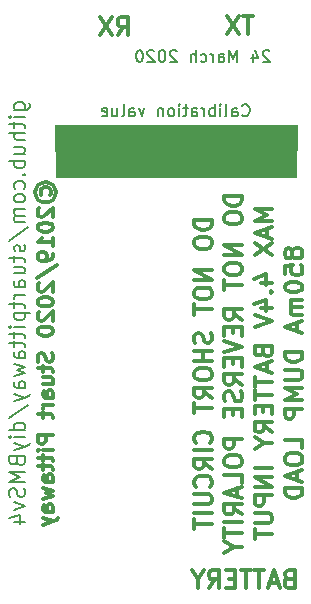
<source format=gbr>
G04 #@! TF.GenerationSoftware,KiCad,Pcbnew,(5.1.5)-3*
G04 #@! TF.CreationDate,2020-04-29T16:36:19+01:00*
G04 #@! TF.ProjectId,v4,76342e6b-6963-4616-945f-706362585858,rev?*
G04 #@! TF.SameCoordinates,Original*
G04 #@! TF.FileFunction,Legend,Bot*
G04 #@! TF.FilePolarity,Positive*
%FSLAX46Y46*%
G04 Gerber Fmt 4.6, Leading zero omitted, Abs format (unit mm)*
G04 Created by KiCad (PCBNEW (5.1.5)-3) date 2020-04-29 16:36:19*
%MOMM*%
%LPD*%
G04 APERTURE LIST*
%ADD10C,0.300000*%
%ADD11C,0.200000*%
%ADD12C,0.100000*%
G04 APERTURE END LIST*
D10*
X123460457Y-48366171D02*
X122603314Y-48366171D01*
X123031885Y-49866171D02*
X123031885Y-48366171D01*
X122246171Y-48366171D02*
X121246171Y-49866171D01*
X121246171Y-48366171D02*
X122246171Y-49866171D01*
X111967600Y-49966171D02*
X112467600Y-49251885D01*
X112824742Y-49966171D02*
X112824742Y-48466171D01*
X112253314Y-48466171D01*
X112110457Y-48537600D01*
X112039028Y-48609028D01*
X111967600Y-48751885D01*
X111967600Y-48966171D01*
X112039028Y-49109028D01*
X112110457Y-49180457D01*
X112253314Y-49251885D01*
X112824742Y-49251885D01*
X111467600Y-48466171D02*
X110467600Y-49966171D01*
X110467600Y-48466171D02*
X111467600Y-49966171D01*
D11*
X122523257Y-56741942D02*
X122570876Y-56789561D01*
X122713733Y-56837180D01*
X122808971Y-56837180D01*
X122951828Y-56789561D01*
X123047066Y-56694323D01*
X123094685Y-56599085D01*
X123142304Y-56408609D01*
X123142304Y-56265752D01*
X123094685Y-56075276D01*
X123047066Y-55980038D01*
X122951828Y-55884800D01*
X122808971Y-55837180D01*
X122713733Y-55837180D01*
X122570876Y-55884800D01*
X122523257Y-55932419D01*
X121666114Y-56837180D02*
X121666114Y-56313371D01*
X121713733Y-56218133D01*
X121808971Y-56170514D01*
X121999447Y-56170514D01*
X122094685Y-56218133D01*
X121666114Y-56789561D02*
X121761352Y-56837180D01*
X121999447Y-56837180D01*
X122094685Y-56789561D01*
X122142304Y-56694323D01*
X122142304Y-56599085D01*
X122094685Y-56503847D01*
X121999447Y-56456228D01*
X121761352Y-56456228D01*
X121666114Y-56408609D01*
X121047066Y-56837180D02*
X121142304Y-56789561D01*
X121189923Y-56694323D01*
X121189923Y-55837180D01*
X120666114Y-56837180D02*
X120666114Y-56170514D01*
X120666114Y-55837180D02*
X120713733Y-55884800D01*
X120666114Y-55932419D01*
X120618495Y-55884800D01*
X120666114Y-55837180D01*
X120666114Y-55932419D01*
X120189923Y-56837180D02*
X120189923Y-55837180D01*
X120189923Y-56218133D02*
X120094685Y-56170514D01*
X119904209Y-56170514D01*
X119808971Y-56218133D01*
X119761352Y-56265752D01*
X119713733Y-56360990D01*
X119713733Y-56646704D01*
X119761352Y-56741942D01*
X119808971Y-56789561D01*
X119904209Y-56837180D01*
X120094685Y-56837180D01*
X120189923Y-56789561D01*
X119285161Y-56837180D02*
X119285161Y-56170514D01*
X119285161Y-56360990D02*
X119237542Y-56265752D01*
X119189923Y-56218133D01*
X119094685Y-56170514D01*
X118999447Y-56170514D01*
X118237542Y-56837180D02*
X118237542Y-56313371D01*
X118285161Y-56218133D01*
X118380400Y-56170514D01*
X118570876Y-56170514D01*
X118666114Y-56218133D01*
X118237542Y-56789561D02*
X118332780Y-56837180D01*
X118570876Y-56837180D01*
X118666114Y-56789561D01*
X118713733Y-56694323D01*
X118713733Y-56599085D01*
X118666114Y-56503847D01*
X118570876Y-56456228D01*
X118332780Y-56456228D01*
X118237542Y-56408609D01*
X117904209Y-56170514D02*
X117523257Y-56170514D01*
X117761352Y-55837180D02*
X117761352Y-56694323D01*
X117713733Y-56789561D01*
X117618495Y-56837180D01*
X117523257Y-56837180D01*
X117189923Y-56837180D02*
X117189923Y-56170514D01*
X117189923Y-55837180D02*
X117237542Y-55884800D01*
X117189923Y-55932419D01*
X117142304Y-55884800D01*
X117189923Y-55837180D01*
X117189923Y-55932419D01*
X116570876Y-56837180D02*
X116666114Y-56789561D01*
X116713733Y-56741942D01*
X116761352Y-56646704D01*
X116761352Y-56360990D01*
X116713733Y-56265752D01*
X116666114Y-56218133D01*
X116570876Y-56170514D01*
X116428019Y-56170514D01*
X116332780Y-56218133D01*
X116285161Y-56265752D01*
X116237542Y-56360990D01*
X116237542Y-56646704D01*
X116285161Y-56741942D01*
X116332780Y-56789561D01*
X116428019Y-56837180D01*
X116570876Y-56837180D01*
X115808971Y-56170514D02*
X115808971Y-56837180D01*
X115808971Y-56265752D02*
X115761352Y-56218133D01*
X115666114Y-56170514D01*
X115523257Y-56170514D01*
X115428019Y-56218133D01*
X115380400Y-56313371D01*
X115380400Y-56837180D01*
X114237542Y-56170514D02*
X113999447Y-56837180D01*
X113761352Y-56170514D01*
X112951828Y-56837180D02*
X112951828Y-56313371D01*
X112999447Y-56218133D01*
X113094685Y-56170514D01*
X113285161Y-56170514D01*
X113380400Y-56218133D01*
X112951828Y-56789561D02*
X113047066Y-56837180D01*
X113285161Y-56837180D01*
X113380400Y-56789561D01*
X113428019Y-56694323D01*
X113428019Y-56599085D01*
X113380400Y-56503847D01*
X113285161Y-56456228D01*
X113047066Y-56456228D01*
X112951828Y-56408609D01*
X112332780Y-56837180D02*
X112428019Y-56789561D01*
X112475638Y-56694323D01*
X112475638Y-55837180D01*
X111523257Y-56170514D02*
X111523257Y-56837180D01*
X111951828Y-56170514D02*
X111951828Y-56694323D01*
X111904209Y-56789561D01*
X111808971Y-56837180D01*
X111666114Y-56837180D01*
X111570876Y-56789561D01*
X111523257Y-56741942D01*
X110666114Y-56789561D02*
X110761352Y-56837180D01*
X110951828Y-56837180D01*
X111047066Y-56789561D01*
X111094685Y-56694323D01*
X111094685Y-56313371D01*
X111047066Y-56218133D01*
X110951828Y-56170514D01*
X110761352Y-56170514D01*
X110666114Y-56218133D01*
X110618495Y-56313371D01*
X110618495Y-56408609D01*
X111094685Y-56503847D01*
D12*
G36*
X127103000Y-61987600D02*
G01*
X106732200Y-61987600D01*
X106669600Y-57553200D01*
X127142000Y-57553200D01*
X127103000Y-61987600D01*
G37*
X127103000Y-61987600D02*
X106732200Y-61987600D01*
X106669600Y-57553200D01*
X127142000Y-57553200D01*
X127103000Y-61987600D01*
D10*
X119971171Y-65623314D02*
X118471171Y-65623314D01*
X118471171Y-65980457D01*
X118542600Y-66194742D01*
X118685457Y-66337600D01*
X118828314Y-66409028D01*
X119114028Y-66480457D01*
X119328314Y-66480457D01*
X119614028Y-66409028D01*
X119756885Y-66337600D01*
X119899742Y-66194742D01*
X119971171Y-65980457D01*
X119971171Y-65623314D01*
X118471171Y-67409028D02*
X118471171Y-67694742D01*
X118542600Y-67837600D01*
X118685457Y-67980457D01*
X118971171Y-68051885D01*
X119471171Y-68051885D01*
X119756885Y-67980457D01*
X119899742Y-67837600D01*
X119971171Y-67694742D01*
X119971171Y-67409028D01*
X119899742Y-67266171D01*
X119756885Y-67123314D01*
X119471171Y-67051885D01*
X118971171Y-67051885D01*
X118685457Y-67123314D01*
X118542600Y-67266171D01*
X118471171Y-67409028D01*
X119971171Y-69837600D02*
X118471171Y-69837600D01*
X119971171Y-70694742D01*
X118471171Y-70694742D01*
X118471171Y-71694742D02*
X118471171Y-71980457D01*
X118542600Y-72123314D01*
X118685457Y-72266171D01*
X118971171Y-72337600D01*
X119471171Y-72337600D01*
X119756885Y-72266171D01*
X119899742Y-72123314D01*
X119971171Y-71980457D01*
X119971171Y-71694742D01*
X119899742Y-71551885D01*
X119756885Y-71409028D01*
X119471171Y-71337600D01*
X118971171Y-71337600D01*
X118685457Y-71409028D01*
X118542600Y-71551885D01*
X118471171Y-71694742D01*
X118471171Y-72766171D02*
X118471171Y-73623314D01*
X119971171Y-73194742D02*
X118471171Y-73194742D01*
X119899742Y-75194742D02*
X119971171Y-75409028D01*
X119971171Y-75766171D01*
X119899742Y-75909028D01*
X119828314Y-75980457D01*
X119685457Y-76051885D01*
X119542600Y-76051885D01*
X119399742Y-75980457D01*
X119328314Y-75909028D01*
X119256885Y-75766171D01*
X119185457Y-75480457D01*
X119114028Y-75337599D01*
X119042600Y-75266171D01*
X118899742Y-75194742D01*
X118756885Y-75194742D01*
X118614028Y-75266171D01*
X118542600Y-75337599D01*
X118471171Y-75480457D01*
X118471171Y-75837599D01*
X118542600Y-76051885D01*
X119971171Y-76694742D02*
X118471171Y-76694742D01*
X119185457Y-76694742D02*
X119185457Y-77551885D01*
X119971171Y-77551885D02*
X118471171Y-77551885D01*
X118471171Y-78551885D02*
X118471171Y-78837599D01*
X118542600Y-78980457D01*
X118685457Y-79123314D01*
X118971171Y-79194742D01*
X119471171Y-79194742D01*
X119756885Y-79123314D01*
X119899742Y-78980457D01*
X119971171Y-78837599D01*
X119971171Y-78551885D01*
X119899742Y-78409028D01*
X119756885Y-78266171D01*
X119471171Y-78194742D01*
X118971171Y-78194742D01*
X118685457Y-78266171D01*
X118542600Y-78409028D01*
X118471171Y-78551885D01*
X119971171Y-80694742D02*
X119256885Y-80194742D01*
X119971171Y-79837599D02*
X118471171Y-79837599D01*
X118471171Y-80409028D01*
X118542600Y-80551885D01*
X118614028Y-80623314D01*
X118756885Y-80694742D01*
X118971171Y-80694742D01*
X119114028Y-80623314D01*
X119185457Y-80551885D01*
X119256885Y-80409028D01*
X119256885Y-79837599D01*
X118471171Y-81123314D02*
X118471171Y-81980457D01*
X119971171Y-81551885D02*
X118471171Y-81551885D01*
X119828314Y-84480457D02*
X119899742Y-84409028D01*
X119971171Y-84194742D01*
X119971171Y-84051885D01*
X119899742Y-83837599D01*
X119756885Y-83694742D01*
X119614028Y-83623314D01*
X119328314Y-83551885D01*
X119114028Y-83551885D01*
X118828314Y-83623314D01*
X118685457Y-83694742D01*
X118542600Y-83837599D01*
X118471171Y-84051885D01*
X118471171Y-84194742D01*
X118542600Y-84409028D01*
X118614028Y-84480457D01*
X119971171Y-85123314D02*
X118471171Y-85123314D01*
X119971171Y-86694742D02*
X119256885Y-86194742D01*
X119971171Y-85837599D02*
X118471171Y-85837599D01*
X118471171Y-86409028D01*
X118542600Y-86551885D01*
X118614028Y-86623314D01*
X118756885Y-86694742D01*
X118971171Y-86694742D01*
X119114028Y-86623314D01*
X119185457Y-86551885D01*
X119256885Y-86409028D01*
X119256885Y-85837599D01*
X119828314Y-88194742D02*
X119899742Y-88123314D01*
X119971171Y-87909028D01*
X119971171Y-87766171D01*
X119899742Y-87551885D01*
X119756885Y-87409028D01*
X119614028Y-87337599D01*
X119328314Y-87266171D01*
X119114028Y-87266171D01*
X118828314Y-87337599D01*
X118685457Y-87409028D01*
X118542600Y-87551885D01*
X118471171Y-87766171D01*
X118471171Y-87909028D01*
X118542600Y-88123314D01*
X118614028Y-88194742D01*
X118471171Y-88837599D02*
X119685457Y-88837599D01*
X119828314Y-88909028D01*
X119899742Y-88980457D01*
X119971171Y-89123314D01*
X119971171Y-89409028D01*
X119899742Y-89551885D01*
X119828314Y-89623314D01*
X119685457Y-89694742D01*
X118471171Y-89694742D01*
X119971171Y-90409028D02*
X118471171Y-90409028D01*
X118471171Y-90909028D02*
X118471171Y-91766171D01*
X119971171Y-91337599D02*
X118471171Y-91337599D01*
X122521171Y-63551885D02*
X121021171Y-63551885D01*
X121021171Y-63909028D01*
X121092600Y-64123314D01*
X121235457Y-64266171D01*
X121378314Y-64337600D01*
X121664028Y-64409028D01*
X121878314Y-64409028D01*
X122164028Y-64337600D01*
X122306885Y-64266171D01*
X122449742Y-64123314D01*
X122521171Y-63909028D01*
X122521171Y-63551885D01*
X121021171Y-65337600D02*
X121021171Y-65623314D01*
X121092600Y-65766171D01*
X121235457Y-65909028D01*
X121521171Y-65980457D01*
X122021171Y-65980457D01*
X122306885Y-65909028D01*
X122449742Y-65766171D01*
X122521171Y-65623314D01*
X122521171Y-65337600D01*
X122449742Y-65194742D01*
X122306885Y-65051885D01*
X122021171Y-64980457D01*
X121521171Y-64980457D01*
X121235457Y-65051885D01*
X121092600Y-65194742D01*
X121021171Y-65337600D01*
X122521171Y-67766171D02*
X121021171Y-67766171D01*
X122521171Y-68623314D01*
X121021171Y-68623314D01*
X121021171Y-69623314D02*
X121021171Y-69909028D01*
X121092600Y-70051885D01*
X121235457Y-70194742D01*
X121521171Y-70266171D01*
X122021171Y-70266171D01*
X122306885Y-70194742D01*
X122449742Y-70051885D01*
X122521171Y-69909028D01*
X122521171Y-69623314D01*
X122449742Y-69480457D01*
X122306885Y-69337600D01*
X122021171Y-69266171D01*
X121521171Y-69266171D01*
X121235457Y-69337600D01*
X121092600Y-69480457D01*
X121021171Y-69623314D01*
X121021171Y-70694742D02*
X121021171Y-71551885D01*
X122521171Y-71123314D02*
X121021171Y-71123314D01*
X122521171Y-74051885D02*
X121806885Y-73551885D01*
X122521171Y-73194742D02*
X121021171Y-73194742D01*
X121021171Y-73766171D01*
X121092600Y-73909028D01*
X121164028Y-73980457D01*
X121306885Y-74051885D01*
X121521171Y-74051885D01*
X121664028Y-73980457D01*
X121735457Y-73909028D01*
X121806885Y-73766171D01*
X121806885Y-73194742D01*
X121735457Y-74694742D02*
X121735457Y-75194742D01*
X122521171Y-75409028D02*
X122521171Y-74694742D01*
X121021171Y-74694742D01*
X121021171Y-75409028D01*
X121021171Y-75837600D02*
X122521171Y-76337600D01*
X121021171Y-76837600D01*
X121735457Y-77337600D02*
X121735457Y-77837600D01*
X122521171Y-78051885D02*
X122521171Y-77337600D01*
X121021171Y-77337600D01*
X121021171Y-78051885D01*
X122521171Y-79551885D02*
X121806885Y-79051885D01*
X122521171Y-78694742D02*
X121021171Y-78694742D01*
X121021171Y-79266171D01*
X121092600Y-79409028D01*
X121164028Y-79480457D01*
X121306885Y-79551885D01*
X121521171Y-79551885D01*
X121664028Y-79480457D01*
X121735457Y-79409028D01*
X121806885Y-79266171D01*
X121806885Y-78694742D01*
X122449742Y-80123314D02*
X122521171Y-80337600D01*
X122521171Y-80694742D01*
X122449742Y-80837600D01*
X122378314Y-80909028D01*
X122235457Y-80980457D01*
X122092600Y-80980457D01*
X121949742Y-80909028D01*
X121878314Y-80837600D01*
X121806885Y-80694742D01*
X121735457Y-80409028D01*
X121664028Y-80266171D01*
X121592600Y-80194742D01*
X121449742Y-80123314D01*
X121306885Y-80123314D01*
X121164028Y-80194742D01*
X121092600Y-80266171D01*
X121021171Y-80409028D01*
X121021171Y-80766171D01*
X121092600Y-80980457D01*
X121735457Y-81623314D02*
X121735457Y-82123314D01*
X122521171Y-82337600D02*
X122521171Y-81623314D01*
X121021171Y-81623314D01*
X121021171Y-82337600D01*
X122521171Y-84123314D02*
X121021171Y-84123314D01*
X121021171Y-84694742D01*
X121092600Y-84837600D01*
X121164028Y-84909028D01*
X121306885Y-84980457D01*
X121521171Y-84980457D01*
X121664028Y-84909028D01*
X121735457Y-84837600D01*
X121806885Y-84694742D01*
X121806885Y-84123314D01*
X121021171Y-85909028D02*
X121021171Y-86194742D01*
X121092600Y-86337600D01*
X121235457Y-86480457D01*
X121521171Y-86551885D01*
X122021171Y-86551885D01*
X122306885Y-86480457D01*
X122449742Y-86337600D01*
X122521171Y-86194742D01*
X122521171Y-85909028D01*
X122449742Y-85766171D01*
X122306885Y-85623314D01*
X122021171Y-85551885D01*
X121521171Y-85551885D01*
X121235457Y-85623314D01*
X121092600Y-85766171D01*
X121021171Y-85909028D01*
X122521171Y-87909028D02*
X122521171Y-87194742D01*
X121021171Y-87194742D01*
X122092600Y-88337600D02*
X122092600Y-89051885D01*
X122521171Y-88194742D02*
X121021171Y-88694742D01*
X122521171Y-89194742D01*
X122521171Y-90551885D02*
X121806885Y-90051885D01*
X122521171Y-89694742D02*
X121021171Y-89694742D01*
X121021171Y-90266171D01*
X121092600Y-90409028D01*
X121164028Y-90480457D01*
X121306885Y-90551885D01*
X121521171Y-90551885D01*
X121664028Y-90480457D01*
X121735457Y-90409028D01*
X121806885Y-90266171D01*
X121806885Y-89694742D01*
X122521171Y-91194742D02*
X121021171Y-91194742D01*
X121021171Y-91694742D02*
X121021171Y-92551885D01*
X122521171Y-92123314D02*
X121021171Y-92123314D01*
X121806885Y-93337600D02*
X122521171Y-93337600D01*
X121021171Y-92837600D02*
X121806885Y-93337600D01*
X121021171Y-93837600D01*
X125071171Y-64730457D02*
X123571171Y-64730457D01*
X124642600Y-65230457D01*
X123571171Y-65730457D01*
X125071171Y-65730457D01*
X124642600Y-66373314D02*
X124642600Y-67087600D01*
X125071171Y-66230457D02*
X123571171Y-66730457D01*
X125071171Y-67230457D01*
X123571171Y-67587600D02*
X125071171Y-68587600D01*
X123571171Y-68587600D02*
X125071171Y-67587600D01*
X124071171Y-70944742D02*
X125071171Y-70944742D01*
X123499742Y-70587600D02*
X124571171Y-70230457D01*
X124571171Y-71159028D01*
X124928314Y-71730457D02*
X124999742Y-71801885D01*
X125071171Y-71730457D01*
X124999742Y-71659028D01*
X124928314Y-71730457D01*
X125071171Y-71730457D01*
X124071171Y-73087600D02*
X125071171Y-73087600D01*
X123499742Y-72730457D02*
X124571171Y-72373314D01*
X124571171Y-73301885D01*
X123571171Y-73659028D02*
X125071171Y-74159028D01*
X123571171Y-74659028D01*
X124285457Y-76801885D02*
X124356885Y-77016171D01*
X124428314Y-77087600D01*
X124571171Y-77159028D01*
X124785457Y-77159028D01*
X124928314Y-77087600D01*
X124999742Y-77016171D01*
X125071171Y-76873314D01*
X125071171Y-76301885D01*
X123571171Y-76301885D01*
X123571171Y-76801885D01*
X123642600Y-76944742D01*
X123714028Y-77016171D01*
X123856885Y-77087600D01*
X123999742Y-77087600D01*
X124142600Y-77016171D01*
X124214028Y-76944742D01*
X124285457Y-76801885D01*
X124285457Y-76301885D01*
X124642600Y-77730457D02*
X124642600Y-78444742D01*
X125071171Y-77587600D02*
X123571171Y-78087600D01*
X125071171Y-78587600D01*
X123571171Y-78873314D02*
X123571171Y-79730457D01*
X125071171Y-79301885D02*
X123571171Y-79301885D01*
X123571171Y-80016171D02*
X123571171Y-80873314D01*
X125071171Y-80444742D02*
X123571171Y-80444742D01*
X124285457Y-81373314D02*
X124285457Y-81873314D01*
X125071171Y-82087600D02*
X125071171Y-81373314D01*
X123571171Y-81373314D01*
X123571171Y-82087600D01*
X125071171Y-83587600D02*
X124356885Y-83087600D01*
X125071171Y-82730457D02*
X123571171Y-82730457D01*
X123571171Y-83301885D01*
X123642600Y-83444742D01*
X123714028Y-83516171D01*
X123856885Y-83587600D01*
X124071171Y-83587600D01*
X124214028Y-83516171D01*
X124285457Y-83444742D01*
X124356885Y-83301885D01*
X124356885Y-82730457D01*
X124356885Y-84516171D02*
X125071171Y-84516171D01*
X123571171Y-84016171D02*
X124356885Y-84516171D01*
X123571171Y-85016171D01*
X125071171Y-86659028D02*
X123571171Y-86659028D01*
X125071171Y-87373314D02*
X123571171Y-87373314D01*
X125071171Y-88230457D01*
X123571171Y-88230457D01*
X125071171Y-88944742D02*
X123571171Y-88944742D01*
X123571171Y-89516171D01*
X123642600Y-89659028D01*
X123714028Y-89730457D01*
X123856885Y-89801885D01*
X124071171Y-89801885D01*
X124214028Y-89730457D01*
X124285457Y-89659028D01*
X124356885Y-89516171D01*
X124356885Y-88944742D01*
X123571171Y-90444742D02*
X124785457Y-90444742D01*
X124928314Y-90516171D01*
X124999742Y-90587600D01*
X125071171Y-90730457D01*
X125071171Y-91016171D01*
X124999742Y-91159028D01*
X124928314Y-91230457D01*
X124785457Y-91301885D01*
X123571171Y-91301885D01*
X123571171Y-91801885D02*
X123571171Y-92659028D01*
X125071171Y-92230457D02*
X123571171Y-92230457D01*
X126764028Y-68301885D02*
X126692600Y-68159028D01*
X126621171Y-68087600D01*
X126478314Y-68016171D01*
X126406885Y-68016171D01*
X126264028Y-68087600D01*
X126192600Y-68159028D01*
X126121171Y-68301885D01*
X126121171Y-68587600D01*
X126192600Y-68730457D01*
X126264028Y-68801885D01*
X126406885Y-68873314D01*
X126478314Y-68873314D01*
X126621171Y-68801885D01*
X126692600Y-68730457D01*
X126764028Y-68587600D01*
X126764028Y-68301885D01*
X126835457Y-68159028D01*
X126906885Y-68087600D01*
X127049742Y-68016171D01*
X127335457Y-68016171D01*
X127478314Y-68087600D01*
X127549742Y-68159028D01*
X127621171Y-68301885D01*
X127621171Y-68587600D01*
X127549742Y-68730457D01*
X127478314Y-68801885D01*
X127335457Y-68873314D01*
X127049742Y-68873314D01*
X126906885Y-68801885D01*
X126835457Y-68730457D01*
X126764028Y-68587600D01*
X126121171Y-70230457D02*
X126121171Y-69516171D01*
X126835457Y-69444742D01*
X126764028Y-69516171D01*
X126692600Y-69659028D01*
X126692600Y-70016171D01*
X126764028Y-70159028D01*
X126835457Y-70230457D01*
X126978314Y-70301885D01*
X127335457Y-70301885D01*
X127478314Y-70230457D01*
X127549742Y-70159028D01*
X127621171Y-70016171D01*
X127621171Y-69659028D01*
X127549742Y-69516171D01*
X127478314Y-69444742D01*
X126121171Y-71230457D02*
X126121171Y-71373314D01*
X126192600Y-71516171D01*
X126264028Y-71587600D01*
X126406885Y-71659028D01*
X126692600Y-71730457D01*
X127049742Y-71730457D01*
X127335457Y-71659028D01*
X127478314Y-71587600D01*
X127549742Y-71516171D01*
X127621171Y-71373314D01*
X127621171Y-71230457D01*
X127549742Y-71087600D01*
X127478314Y-71016171D01*
X127335457Y-70944742D01*
X127049742Y-70873314D01*
X126692600Y-70873314D01*
X126406885Y-70944742D01*
X126264028Y-71016171D01*
X126192600Y-71087600D01*
X126121171Y-71230457D01*
X127621171Y-72373314D02*
X126621171Y-72373314D01*
X126764028Y-72373314D02*
X126692600Y-72444742D01*
X126621171Y-72587600D01*
X126621171Y-72801885D01*
X126692600Y-72944742D01*
X126835457Y-73016171D01*
X127621171Y-73016171D01*
X126835457Y-73016171D02*
X126692600Y-73087600D01*
X126621171Y-73230457D01*
X126621171Y-73444742D01*
X126692600Y-73587600D01*
X126835457Y-73659028D01*
X127621171Y-73659028D01*
X127192600Y-74301885D02*
X127192600Y-75016171D01*
X127621171Y-74159028D02*
X126121171Y-74659028D01*
X127621171Y-75159028D01*
X127621171Y-76801885D02*
X126121171Y-76801885D01*
X126121171Y-77159028D01*
X126192600Y-77373314D01*
X126335457Y-77516171D01*
X126478314Y-77587600D01*
X126764028Y-77659028D01*
X126978314Y-77659028D01*
X127264028Y-77587600D01*
X127406885Y-77516171D01*
X127549742Y-77373314D01*
X127621171Y-77159028D01*
X127621171Y-76801885D01*
X126121171Y-78301885D02*
X127335457Y-78301885D01*
X127478314Y-78373314D01*
X127549742Y-78444742D01*
X127621171Y-78587600D01*
X127621171Y-78873314D01*
X127549742Y-79016171D01*
X127478314Y-79087600D01*
X127335457Y-79159028D01*
X126121171Y-79159028D01*
X127621171Y-79873314D02*
X126121171Y-79873314D01*
X127192600Y-80373314D01*
X126121171Y-80873314D01*
X127621171Y-80873314D01*
X127621171Y-81587600D02*
X126121171Y-81587600D01*
X126121171Y-82159028D01*
X126192600Y-82301885D01*
X126264028Y-82373314D01*
X126406885Y-82444742D01*
X126621171Y-82444742D01*
X126764028Y-82373314D01*
X126835457Y-82301885D01*
X126906885Y-82159028D01*
X126906885Y-81587600D01*
X127621171Y-84944742D02*
X127621171Y-84230457D01*
X126121171Y-84230457D01*
X126121171Y-85730457D02*
X126121171Y-86016171D01*
X126192600Y-86159028D01*
X126335457Y-86301885D01*
X126621171Y-86373314D01*
X127121171Y-86373314D01*
X127406885Y-86301885D01*
X127549742Y-86159028D01*
X127621171Y-86016171D01*
X127621171Y-85730457D01*
X127549742Y-85587600D01*
X127406885Y-85444742D01*
X127121171Y-85373314D01*
X126621171Y-85373314D01*
X126335457Y-85444742D01*
X126192600Y-85587600D01*
X126121171Y-85730457D01*
X127192600Y-86944742D02*
X127192600Y-87659028D01*
X127621171Y-86801885D02*
X126121171Y-87301885D01*
X127621171Y-87801885D01*
X127621171Y-88301885D02*
X126121171Y-88301885D01*
X126121171Y-88659028D01*
X126192600Y-88873314D01*
X126335457Y-89016171D01*
X126478314Y-89087600D01*
X126764028Y-89159028D01*
X126978314Y-89159028D01*
X127264028Y-89087600D01*
X127406885Y-89016171D01*
X127549742Y-88873314D01*
X127621171Y-88659028D01*
X127621171Y-88301885D01*
D11*
X124823790Y-51335219D02*
X124776171Y-51287600D01*
X124680933Y-51239980D01*
X124442838Y-51239980D01*
X124347600Y-51287600D01*
X124299980Y-51335219D01*
X124252361Y-51430457D01*
X124252361Y-51525695D01*
X124299980Y-51668552D01*
X124871409Y-52239980D01*
X124252361Y-52239980D01*
X123395219Y-51573314D02*
X123395219Y-52239980D01*
X123633314Y-51192361D02*
X123871409Y-51906647D01*
X123252361Y-51906647D01*
X122109504Y-52239980D02*
X122109504Y-51239980D01*
X121776171Y-51954266D01*
X121442838Y-51239980D01*
X121442838Y-52239980D01*
X120538076Y-52239980D02*
X120538076Y-51716171D01*
X120585695Y-51620933D01*
X120680933Y-51573314D01*
X120871409Y-51573314D01*
X120966647Y-51620933D01*
X120538076Y-52192361D02*
X120633314Y-52239980D01*
X120871409Y-52239980D01*
X120966647Y-52192361D01*
X121014266Y-52097123D01*
X121014266Y-52001885D01*
X120966647Y-51906647D01*
X120871409Y-51859028D01*
X120633314Y-51859028D01*
X120538076Y-51811409D01*
X120061885Y-52239980D02*
X120061885Y-51573314D01*
X120061885Y-51763790D02*
X120014266Y-51668552D01*
X119966647Y-51620933D01*
X119871409Y-51573314D01*
X119776171Y-51573314D01*
X119014266Y-52192361D02*
X119109504Y-52239980D01*
X119299980Y-52239980D01*
X119395219Y-52192361D01*
X119442838Y-52144742D01*
X119490457Y-52049504D01*
X119490457Y-51763790D01*
X119442838Y-51668552D01*
X119395219Y-51620933D01*
X119299980Y-51573314D01*
X119109504Y-51573314D01*
X119014266Y-51620933D01*
X118585695Y-52239980D02*
X118585695Y-51239980D01*
X118157123Y-52239980D02*
X118157123Y-51716171D01*
X118204742Y-51620933D01*
X118299980Y-51573314D01*
X118442838Y-51573314D01*
X118538076Y-51620933D01*
X118585695Y-51668552D01*
X116966647Y-51335219D02*
X116919028Y-51287600D01*
X116823790Y-51239980D01*
X116585695Y-51239980D01*
X116490457Y-51287600D01*
X116442838Y-51335219D01*
X116395219Y-51430457D01*
X116395219Y-51525695D01*
X116442838Y-51668552D01*
X117014266Y-52239980D01*
X116395219Y-52239980D01*
X115776171Y-51239980D02*
X115680933Y-51239980D01*
X115585695Y-51287600D01*
X115538076Y-51335219D01*
X115490457Y-51430457D01*
X115442838Y-51620933D01*
X115442838Y-51859028D01*
X115490457Y-52049504D01*
X115538076Y-52144742D01*
X115585695Y-52192361D01*
X115680933Y-52239980D01*
X115776171Y-52239980D01*
X115871409Y-52192361D01*
X115919028Y-52144742D01*
X115966647Y-52049504D01*
X116014266Y-51859028D01*
X116014266Y-51620933D01*
X115966647Y-51430457D01*
X115919028Y-51335219D01*
X115871409Y-51287600D01*
X115776171Y-51239980D01*
X115061885Y-51335219D02*
X115014266Y-51287600D01*
X114919028Y-51239980D01*
X114680933Y-51239980D01*
X114585695Y-51287600D01*
X114538076Y-51335219D01*
X114490457Y-51430457D01*
X114490457Y-51525695D01*
X114538076Y-51668552D01*
X115109504Y-52239980D01*
X114490457Y-52239980D01*
X113871409Y-51239980D02*
X113776171Y-51239980D01*
X113680933Y-51287600D01*
X113633314Y-51335219D01*
X113585695Y-51430457D01*
X113538076Y-51620933D01*
X113538076Y-51859028D01*
X113585695Y-52049504D01*
X113633314Y-52144742D01*
X113680933Y-52192361D01*
X113776171Y-52239980D01*
X113871409Y-52239980D01*
X113966647Y-52192361D01*
X114014266Y-52144742D01*
X114061885Y-52049504D01*
X114109504Y-51859028D01*
X114109504Y-51620933D01*
X114061885Y-51430457D01*
X114014266Y-51335219D01*
X113966647Y-51287600D01*
X113871409Y-51239980D01*
D10*
X126467600Y-95980457D02*
X126253314Y-96051885D01*
X126181885Y-96123314D01*
X126110457Y-96266171D01*
X126110457Y-96480457D01*
X126181885Y-96623314D01*
X126253314Y-96694742D01*
X126396171Y-96766171D01*
X126967600Y-96766171D01*
X126967600Y-95266171D01*
X126467600Y-95266171D01*
X126324742Y-95337600D01*
X126253314Y-95409028D01*
X126181885Y-95551885D01*
X126181885Y-95694742D01*
X126253314Y-95837600D01*
X126324742Y-95909028D01*
X126467600Y-95980457D01*
X126967600Y-95980457D01*
X125539028Y-96337600D02*
X124824742Y-96337600D01*
X125681885Y-96766171D02*
X125181885Y-95266171D01*
X124681885Y-96766171D01*
X124396171Y-95266171D02*
X123539028Y-95266171D01*
X123967600Y-96766171D02*
X123967600Y-95266171D01*
X123253314Y-95266171D02*
X122396171Y-95266171D01*
X122824742Y-96766171D02*
X122824742Y-95266171D01*
X121896171Y-95980457D02*
X121396171Y-95980457D01*
X121181885Y-96766171D02*
X121896171Y-96766171D01*
X121896171Y-95266171D01*
X121181885Y-95266171D01*
X119681885Y-96766171D02*
X120181885Y-96051885D01*
X120539028Y-96766171D02*
X120539028Y-95266171D01*
X119967600Y-95266171D01*
X119824742Y-95337600D01*
X119753314Y-95409028D01*
X119681885Y-95551885D01*
X119681885Y-95766171D01*
X119753314Y-95909028D01*
X119824742Y-95980457D01*
X119967600Y-96051885D01*
X120539028Y-96051885D01*
X118753314Y-96051885D02*
X118753314Y-96766171D01*
X119253314Y-95266171D02*
X118753314Y-96051885D01*
X118253314Y-95266171D01*
D11*
X103239028Y-56278076D02*
X104291409Y-56278076D01*
X104415219Y-56216171D01*
X104477123Y-56154266D01*
X104539028Y-56030457D01*
X104539028Y-55844742D01*
X104477123Y-55720933D01*
X104043790Y-56278076D02*
X104105695Y-56154266D01*
X104105695Y-55906647D01*
X104043790Y-55782838D01*
X103981885Y-55720933D01*
X103858076Y-55659028D01*
X103486647Y-55659028D01*
X103362838Y-55720933D01*
X103300933Y-55782838D01*
X103239028Y-55906647D01*
X103239028Y-56154266D01*
X103300933Y-56278076D01*
X104105695Y-56897123D02*
X103239028Y-56897123D01*
X102805695Y-56897123D02*
X102867600Y-56835219D01*
X102929504Y-56897123D01*
X102867600Y-56959028D01*
X102805695Y-56897123D01*
X102929504Y-56897123D01*
X103239028Y-57330457D02*
X103239028Y-57825695D01*
X102805695Y-57516171D02*
X103919980Y-57516171D01*
X104043790Y-57578076D01*
X104105695Y-57701885D01*
X104105695Y-57825695D01*
X104105695Y-58259028D02*
X102805695Y-58259028D01*
X104105695Y-58816171D02*
X103424742Y-58816171D01*
X103300933Y-58754266D01*
X103239028Y-58630457D01*
X103239028Y-58444742D01*
X103300933Y-58320933D01*
X103362838Y-58259028D01*
X103239028Y-59992361D02*
X104105695Y-59992361D01*
X103239028Y-59435219D02*
X103919980Y-59435219D01*
X104043790Y-59497123D01*
X104105695Y-59620933D01*
X104105695Y-59806647D01*
X104043790Y-59930457D01*
X103981885Y-59992361D01*
X104105695Y-60611409D02*
X102805695Y-60611409D01*
X103300933Y-60611409D02*
X103239028Y-60735219D01*
X103239028Y-60982838D01*
X103300933Y-61106647D01*
X103362838Y-61168552D01*
X103486647Y-61230457D01*
X103858076Y-61230457D01*
X103981885Y-61168552D01*
X104043790Y-61106647D01*
X104105695Y-60982838D01*
X104105695Y-60735219D01*
X104043790Y-60611409D01*
X103981885Y-61787600D02*
X104043790Y-61849504D01*
X104105695Y-61787600D01*
X104043790Y-61725695D01*
X103981885Y-61787600D01*
X104105695Y-61787600D01*
X104043790Y-62963790D02*
X104105695Y-62839980D01*
X104105695Y-62592361D01*
X104043790Y-62468552D01*
X103981885Y-62406647D01*
X103858076Y-62344742D01*
X103486647Y-62344742D01*
X103362838Y-62406647D01*
X103300933Y-62468552D01*
X103239028Y-62592361D01*
X103239028Y-62839980D01*
X103300933Y-62963790D01*
X104105695Y-63706647D02*
X104043790Y-63582838D01*
X103981885Y-63520933D01*
X103858076Y-63459028D01*
X103486647Y-63459028D01*
X103362838Y-63520933D01*
X103300933Y-63582838D01*
X103239028Y-63706647D01*
X103239028Y-63892361D01*
X103300933Y-64016171D01*
X103362838Y-64078076D01*
X103486647Y-64139980D01*
X103858076Y-64139980D01*
X103981885Y-64078076D01*
X104043790Y-64016171D01*
X104105695Y-63892361D01*
X104105695Y-63706647D01*
X104105695Y-64697123D02*
X103239028Y-64697123D01*
X103362838Y-64697123D02*
X103300933Y-64759028D01*
X103239028Y-64882838D01*
X103239028Y-65068552D01*
X103300933Y-65192361D01*
X103424742Y-65254266D01*
X104105695Y-65254266D01*
X103424742Y-65254266D02*
X103300933Y-65316171D01*
X103239028Y-65439980D01*
X103239028Y-65625695D01*
X103300933Y-65749504D01*
X103424742Y-65811409D01*
X104105695Y-65811409D01*
X102743790Y-67359028D02*
X104415219Y-66244742D01*
X104043790Y-67730457D02*
X104105695Y-67854266D01*
X104105695Y-68101885D01*
X104043790Y-68225695D01*
X103919980Y-68287600D01*
X103858076Y-68287600D01*
X103734266Y-68225695D01*
X103672361Y-68101885D01*
X103672361Y-67916171D01*
X103610457Y-67792361D01*
X103486647Y-67730457D01*
X103424742Y-67730457D01*
X103300933Y-67792361D01*
X103239028Y-67916171D01*
X103239028Y-68101885D01*
X103300933Y-68225695D01*
X103239028Y-68659028D02*
X103239028Y-69154266D01*
X102805695Y-68844742D02*
X103919980Y-68844742D01*
X104043790Y-68906647D01*
X104105695Y-69030457D01*
X104105695Y-69154266D01*
X103239028Y-70144742D02*
X104105695Y-70144742D01*
X103239028Y-69587600D02*
X103919980Y-69587600D01*
X104043790Y-69649504D01*
X104105695Y-69773314D01*
X104105695Y-69959028D01*
X104043790Y-70082838D01*
X103981885Y-70144742D01*
X104105695Y-71320933D02*
X103424742Y-71320933D01*
X103300933Y-71259028D01*
X103239028Y-71135219D01*
X103239028Y-70887600D01*
X103300933Y-70763790D01*
X104043790Y-71320933D02*
X104105695Y-71197123D01*
X104105695Y-70887600D01*
X104043790Y-70763790D01*
X103919980Y-70701885D01*
X103796171Y-70701885D01*
X103672361Y-70763790D01*
X103610457Y-70887600D01*
X103610457Y-71197123D01*
X103548552Y-71320933D01*
X104105695Y-71939980D02*
X103239028Y-71939980D01*
X103486647Y-71939980D02*
X103362838Y-72001885D01*
X103300933Y-72063790D01*
X103239028Y-72187600D01*
X103239028Y-72311409D01*
X103239028Y-72559028D02*
X103239028Y-73054266D01*
X102805695Y-72744742D02*
X103919980Y-72744742D01*
X104043790Y-72806647D01*
X104105695Y-72930457D01*
X104105695Y-73054266D01*
X103239028Y-73487600D02*
X104539028Y-73487600D01*
X103300933Y-73487600D02*
X103239028Y-73611409D01*
X103239028Y-73859028D01*
X103300933Y-73982838D01*
X103362838Y-74044742D01*
X103486647Y-74106647D01*
X103858076Y-74106647D01*
X103981885Y-74044742D01*
X104043790Y-73982838D01*
X104105695Y-73859028D01*
X104105695Y-73611409D01*
X104043790Y-73487600D01*
X104105695Y-74663790D02*
X103239028Y-74663790D01*
X102805695Y-74663790D02*
X102867600Y-74601885D01*
X102929504Y-74663790D01*
X102867600Y-74725695D01*
X102805695Y-74663790D01*
X102929504Y-74663790D01*
X103239028Y-75097123D02*
X103239028Y-75592361D01*
X102805695Y-75282838D02*
X103919980Y-75282838D01*
X104043790Y-75344742D01*
X104105695Y-75468552D01*
X104105695Y-75592361D01*
X103239028Y-75839980D02*
X103239028Y-76335219D01*
X102805695Y-76025695D02*
X103919980Y-76025695D01*
X104043790Y-76087600D01*
X104105695Y-76211409D01*
X104105695Y-76335219D01*
X104105695Y-77325695D02*
X103424742Y-77325695D01*
X103300933Y-77263790D01*
X103239028Y-77139980D01*
X103239028Y-76892361D01*
X103300933Y-76768552D01*
X104043790Y-77325695D02*
X104105695Y-77201885D01*
X104105695Y-76892361D01*
X104043790Y-76768552D01*
X103919980Y-76706647D01*
X103796171Y-76706647D01*
X103672361Y-76768552D01*
X103610457Y-76892361D01*
X103610457Y-77201885D01*
X103548552Y-77325695D01*
X103239028Y-77820933D02*
X104105695Y-78068552D01*
X103486647Y-78316171D01*
X104105695Y-78563790D01*
X103239028Y-78811409D01*
X104105695Y-79863790D02*
X103424742Y-79863790D01*
X103300933Y-79801885D01*
X103239028Y-79678076D01*
X103239028Y-79430457D01*
X103300933Y-79306647D01*
X104043790Y-79863790D02*
X104105695Y-79739980D01*
X104105695Y-79430457D01*
X104043790Y-79306647D01*
X103919980Y-79244742D01*
X103796171Y-79244742D01*
X103672361Y-79306647D01*
X103610457Y-79430457D01*
X103610457Y-79739980D01*
X103548552Y-79863790D01*
X103239028Y-80359028D02*
X104105695Y-80668552D01*
X103239028Y-80978076D02*
X104105695Y-80668552D01*
X104415219Y-80544742D01*
X104477123Y-80482838D01*
X104539028Y-80359028D01*
X102743790Y-82401885D02*
X104415219Y-81287600D01*
X104105695Y-83392361D02*
X102805695Y-83392361D01*
X104043790Y-83392361D02*
X104105695Y-83268552D01*
X104105695Y-83020933D01*
X104043790Y-82897123D01*
X103981885Y-82835219D01*
X103858076Y-82773314D01*
X103486647Y-82773314D01*
X103362838Y-82835219D01*
X103300933Y-82897123D01*
X103239028Y-83020933D01*
X103239028Y-83268552D01*
X103300933Y-83392361D01*
X104105695Y-84011409D02*
X103239028Y-84011409D01*
X102805695Y-84011409D02*
X102867600Y-83949504D01*
X102929504Y-84011409D01*
X102867600Y-84073314D01*
X102805695Y-84011409D01*
X102929504Y-84011409D01*
X103239028Y-84506647D02*
X104105695Y-84816171D01*
X103239028Y-85125695D02*
X104105695Y-84816171D01*
X104415219Y-84692361D01*
X104477123Y-84630457D01*
X104539028Y-84506647D01*
X103424742Y-86054266D02*
X103486647Y-86239980D01*
X103548552Y-86301885D01*
X103672361Y-86363790D01*
X103858076Y-86363790D01*
X103981885Y-86301885D01*
X104043790Y-86239980D01*
X104105695Y-86116171D01*
X104105695Y-85620933D01*
X102805695Y-85620933D01*
X102805695Y-86054266D01*
X102867600Y-86178076D01*
X102929504Y-86239980D01*
X103053314Y-86301885D01*
X103177123Y-86301885D01*
X103300933Y-86239980D01*
X103362838Y-86178076D01*
X103424742Y-86054266D01*
X103424742Y-85620933D01*
X104105695Y-86920933D02*
X102805695Y-86920933D01*
X103734266Y-87354266D01*
X102805695Y-87787600D01*
X104105695Y-87787600D01*
X104043790Y-88344742D02*
X104105695Y-88530457D01*
X104105695Y-88839980D01*
X104043790Y-88963790D01*
X103981885Y-89025695D01*
X103858076Y-89087600D01*
X103734266Y-89087600D01*
X103610457Y-89025695D01*
X103548552Y-88963790D01*
X103486647Y-88839980D01*
X103424742Y-88592361D01*
X103362838Y-88468552D01*
X103300933Y-88406647D01*
X103177123Y-88344742D01*
X103053314Y-88344742D01*
X102929504Y-88406647D01*
X102867600Y-88468552D01*
X102805695Y-88592361D01*
X102805695Y-88901885D01*
X102867600Y-89087600D01*
X103239028Y-89520933D02*
X104105695Y-89830457D01*
X103239028Y-90139980D01*
X103239028Y-91192361D02*
X104105695Y-91192361D01*
X102743790Y-90882838D02*
X103672361Y-90573314D01*
X103672361Y-91378076D01*
D10*
X105515219Y-63516171D02*
X105453314Y-63392361D01*
X105453314Y-63144742D01*
X105515219Y-63020933D01*
X105639028Y-62897123D01*
X105762838Y-62835219D01*
X106010457Y-62835219D01*
X106134266Y-62897123D01*
X106258076Y-63020933D01*
X106319980Y-63144742D01*
X106319980Y-63392361D01*
X106258076Y-63516171D01*
X105019980Y-63268552D02*
X105081885Y-62959028D01*
X105267600Y-62649504D01*
X105577123Y-62463790D01*
X105886647Y-62401885D01*
X106196171Y-62463790D01*
X106505695Y-62649504D01*
X106691409Y-62959028D01*
X106753314Y-63268552D01*
X106691409Y-63578076D01*
X106505695Y-63887600D01*
X106196171Y-64073314D01*
X105886647Y-64135219D01*
X105577123Y-64073314D01*
X105267600Y-63887600D01*
X105081885Y-63578076D01*
X105019980Y-63268552D01*
X105329504Y-64630457D02*
X105267600Y-64692361D01*
X105205695Y-64816171D01*
X105205695Y-65125695D01*
X105267600Y-65249504D01*
X105329504Y-65311409D01*
X105453314Y-65373314D01*
X105577123Y-65373314D01*
X105762838Y-65311409D01*
X106505695Y-64568552D01*
X106505695Y-65373314D01*
X105205695Y-66178076D02*
X105205695Y-66301885D01*
X105267600Y-66425695D01*
X105329504Y-66487600D01*
X105453314Y-66549504D01*
X105700933Y-66611409D01*
X106010457Y-66611409D01*
X106258076Y-66549504D01*
X106381885Y-66487600D01*
X106443790Y-66425695D01*
X106505695Y-66301885D01*
X106505695Y-66178076D01*
X106443790Y-66054266D01*
X106381885Y-65992361D01*
X106258076Y-65930457D01*
X106010457Y-65868552D01*
X105700933Y-65868552D01*
X105453314Y-65930457D01*
X105329504Y-65992361D01*
X105267600Y-66054266D01*
X105205695Y-66178076D01*
X106505695Y-67849504D02*
X106505695Y-67106647D01*
X106505695Y-67478076D02*
X105205695Y-67478076D01*
X105391409Y-67354266D01*
X105515219Y-67230457D01*
X105577123Y-67106647D01*
X106505695Y-68468552D02*
X106505695Y-68716171D01*
X106443790Y-68839980D01*
X106381885Y-68901885D01*
X106196171Y-69025695D01*
X105948552Y-69087600D01*
X105453314Y-69087600D01*
X105329504Y-69025695D01*
X105267600Y-68963790D01*
X105205695Y-68839980D01*
X105205695Y-68592361D01*
X105267600Y-68468552D01*
X105329504Y-68406647D01*
X105453314Y-68344742D01*
X105762838Y-68344742D01*
X105886647Y-68406647D01*
X105948552Y-68468552D01*
X106010457Y-68592361D01*
X106010457Y-68839980D01*
X105948552Y-68963790D01*
X105886647Y-69025695D01*
X105762838Y-69087600D01*
X105143790Y-70573314D02*
X106815219Y-69459028D01*
X105329504Y-70944742D02*
X105267600Y-71006647D01*
X105205695Y-71130457D01*
X105205695Y-71439980D01*
X105267600Y-71563790D01*
X105329504Y-71625695D01*
X105453314Y-71687600D01*
X105577123Y-71687600D01*
X105762838Y-71625695D01*
X106505695Y-70882838D01*
X106505695Y-71687600D01*
X105205695Y-72492361D02*
X105205695Y-72616171D01*
X105267600Y-72739980D01*
X105329504Y-72801885D01*
X105453314Y-72863790D01*
X105700933Y-72925695D01*
X106010457Y-72925695D01*
X106258076Y-72863790D01*
X106381885Y-72801885D01*
X106443790Y-72739980D01*
X106505695Y-72616171D01*
X106505695Y-72492361D01*
X106443790Y-72368552D01*
X106381885Y-72306647D01*
X106258076Y-72244742D01*
X106010457Y-72182838D01*
X105700933Y-72182838D01*
X105453314Y-72244742D01*
X105329504Y-72306647D01*
X105267600Y-72368552D01*
X105205695Y-72492361D01*
X105329504Y-73420933D02*
X105267600Y-73482838D01*
X105205695Y-73606647D01*
X105205695Y-73916171D01*
X105267600Y-74039980D01*
X105329504Y-74101885D01*
X105453314Y-74163790D01*
X105577123Y-74163790D01*
X105762838Y-74101885D01*
X106505695Y-73359028D01*
X106505695Y-74163790D01*
X105205695Y-74968552D02*
X105205695Y-75092361D01*
X105267600Y-75216171D01*
X105329504Y-75278076D01*
X105453314Y-75339980D01*
X105700933Y-75401885D01*
X106010457Y-75401885D01*
X106258076Y-75339980D01*
X106381885Y-75278076D01*
X106443790Y-75216171D01*
X106505695Y-75092361D01*
X106505695Y-74968552D01*
X106443790Y-74844742D01*
X106381885Y-74782838D01*
X106258076Y-74720933D01*
X106010457Y-74659028D01*
X105700933Y-74659028D01*
X105453314Y-74720933D01*
X105329504Y-74782838D01*
X105267600Y-74844742D01*
X105205695Y-74968552D01*
X106443790Y-76887600D02*
X106505695Y-77073314D01*
X106505695Y-77382838D01*
X106443790Y-77506647D01*
X106381885Y-77568552D01*
X106258076Y-77630457D01*
X106134266Y-77630457D01*
X106010457Y-77568552D01*
X105948552Y-77506647D01*
X105886647Y-77382838D01*
X105824742Y-77135219D01*
X105762838Y-77011409D01*
X105700933Y-76949504D01*
X105577123Y-76887600D01*
X105453314Y-76887600D01*
X105329504Y-76949504D01*
X105267600Y-77011409D01*
X105205695Y-77135219D01*
X105205695Y-77444742D01*
X105267600Y-77630457D01*
X105639028Y-78001885D02*
X105639028Y-78497123D01*
X105205695Y-78187600D02*
X106319980Y-78187600D01*
X106443790Y-78249504D01*
X106505695Y-78373314D01*
X106505695Y-78497123D01*
X105639028Y-79487600D02*
X106505695Y-79487600D01*
X105639028Y-78930457D02*
X106319980Y-78930457D01*
X106443790Y-78992361D01*
X106505695Y-79116171D01*
X106505695Y-79301885D01*
X106443790Y-79425695D01*
X106381885Y-79487600D01*
X106505695Y-80663790D02*
X105824742Y-80663790D01*
X105700933Y-80601885D01*
X105639028Y-80478076D01*
X105639028Y-80230457D01*
X105700933Y-80106647D01*
X106443790Y-80663790D02*
X106505695Y-80539980D01*
X106505695Y-80230457D01*
X106443790Y-80106647D01*
X106319980Y-80044742D01*
X106196171Y-80044742D01*
X106072361Y-80106647D01*
X106010457Y-80230457D01*
X106010457Y-80539980D01*
X105948552Y-80663790D01*
X106505695Y-81282838D02*
X105639028Y-81282838D01*
X105886647Y-81282838D02*
X105762838Y-81344742D01*
X105700933Y-81406647D01*
X105639028Y-81530457D01*
X105639028Y-81654266D01*
X105639028Y-81901885D02*
X105639028Y-82397123D01*
X105205695Y-82087600D02*
X106319980Y-82087600D01*
X106443790Y-82149504D01*
X106505695Y-82273314D01*
X106505695Y-82397123D01*
X106505695Y-83820933D02*
X105205695Y-83820933D01*
X105205695Y-84316171D01*
X105267600Y-84439980D01*
X105329504Y-84501885D01*
X105453314Y-84563790D01*
X105639028Y-84563790D01*
X105762838Y-84501885D01*
X105824742Y-84439980D01*
X105886647Y-84316171D01*
X105886647Y-83820933D01*
X106505695Y-85120933D02*
X105639028Y-85120933D01*
X105205695Y-85120933D02*
X105267600Y-85059028D01*
X105329504Y-85120933D01*
X105267600Y-85182838D01*
X105205695Y-85120933D01*
X105329504Y-85120933D01*
X105639028Y-85554266D02*
X105639028Y-86049504D01*
X105205695Y-85739980D02*
X106319980Y-85739980D01*
X106443790Y-85801885D01*
X106505695Y-85925695D01*
X106505695Y-86049504D01*
X105639028Y-86297123D02*
X105639028Y-86792361D01*
X105205695Y-86482838D02*
X106319980Y-86482838D01*
X106443790Y-86544742D01*
X106505695Y-86668552D01*
X106505695Y-86792361D01*
X106505695Y-87782838D02*
X105824742Y-87782838D01*
X105700933Y-87720933D01*
X105639028Y-87597123D01*
X105639028Y-87349504D01*
X105700933Y-87225695D01*
X106443790Y-87782838D02*
X106505695Y-87659028D01*
X106505695Y-87349504D01*
X106443790Y-87225695D01*
X106319980Y-87163790D01*
X106196171Y-87163790D01*
X106072361Y-87225695D01*
X106010457Y-87349504D01*
X106010457Y-87659028D01*
X105948552Y-87782838D01*
X105639028Y-88278076D02*
X106505695Y-88525695D01*
X105886647Y-88773314D01*
X106505695Y-89020933D01*
X105639028Y-89268552D01*
X106505695Y-90320933D02*
X105824742Y-90320933D01*
X105700933Y-90259028D01*
X105639028Y-90135219D01*
X105639028Y-89887600D01*
X105700933Y-89763790D01*
X106443790Y-90320933D02*
X106505695Y-90197123D01*
X106505695Y-89887600D01*
X106443790Y-89763790D01*
X106319980Y-89701885D01*
X106196171Y-89701885D01*
X106072361Y-89763790D01*
X106010457Y-89887600D01*
X106010457Y-90197123D01*
X105948552Y-90320933D01*
X105639028Y-90816171D02*
X106505695Y-91125695D01*
X105639028Y-91435219D02*
X106505695Y-91125695D01*
X106815219Y-91001885D01*
X106877123Y-90939980D01*
X106939028Y-90816171D01*
M02*

</source>
